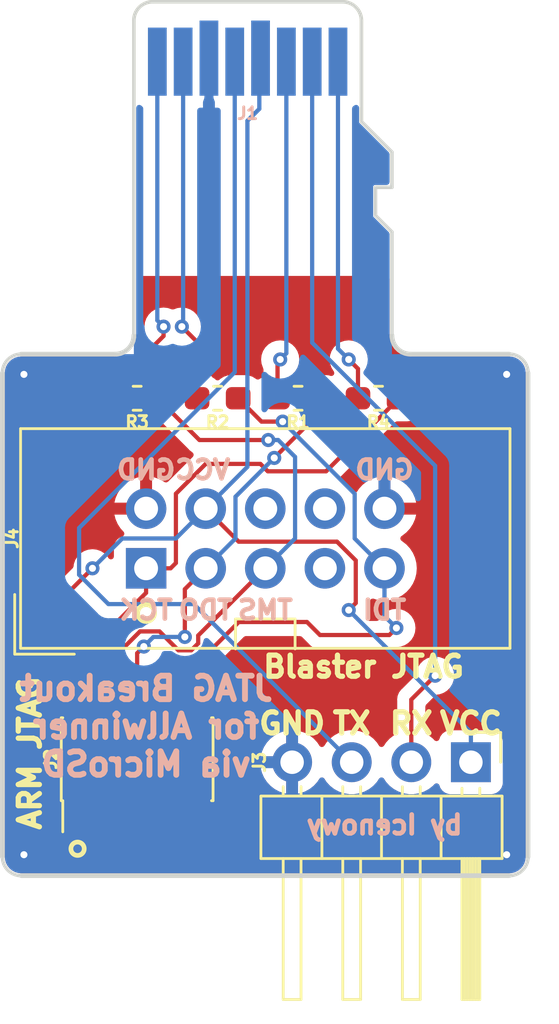
<source format=kicad_pcb>
(kicad_pcb (version 20221018) (generator pcbnew)
  (layers (0 "F.Cu" signal) (31 "B.Cu" signal) (34 "B.Paste" user) (35 "F.Paste" user) (36 "B.SilkS" user "B.Silkscreen") (37 "F.SilkS" user "F.Silkscreen") (38 "B.Mask" user) (39 "F.Mask" user) (44 "Edge.Cuts" user))
  (net 0 "")
  (net 1 "/DAT1")
  (net 2 "/DAT0")
  (net 3 "GND")
  (net 4 "/CLK")
  (net 5 "/CMD")
  (net 6 "/DAT3")
  (net 7 "/DAT2")
  (net 8 "/VTGT")
  (net 9 "/JTCK_O")
  (net 10 "/JTDI_O")
  (net 11 "/JTMS_O")
  (net 12 "/JTDO_O")
  (net 13 "Net-(J2-Pad7)")
  (net 14 "Net-(J2-Pad10)")
  (net 15 "Net-(J4-Pad6)")
  (net 16 "Net-(J4-Pad7)")
  (net 17 "Net-(J4-Pad8)")
  (footprint "Icenowy_Packages:MicroSD" (layer "F.Cu") (at 113 25.55)
    (fp_text reference "J1" (at 3.85 2.2) (layer "B.SilkS") (effects (font (size 0.5 0.5) (thickness 0.125))))
    (fp_text value "MicroSD")
    (fp_line (start -1 -1.75) (end -1 2.55) (stroke (width 0.15)) (layer "F.SilkS"))
    (fp_line (start -0.2 -2.55) (end 7.9 -2.55) (stroke (width 0.15)) (layer "F.SilkS"))
    (fp_line (start 8.7 -1.75) (end 8.7 2.55) (stroke (width 0.15)) (layer "F.SilkS"))
    (fp_arc (start -1 -1.75) (mid -0.765685 -2.315685) (end -0.2 -2.55) (stroke (width 0.15)) (layer "F.SilkS"))
    (fp_arc (start 7.9 -2.55) (mid 8.465685 -2.315685) (end 8.7 -1.75) (stroke (width 0.15)) (layer "F.SilkS"))
    (pad "1" connect rect (at 7.7 0) (size 0.8 2.9) (layers "B.Cu" "B.Mask") (net 7 "/DAT2"))
    (pad "2" connect rect (at 6.6 0) (size 0.8 2.9) (layers "B.Cu" "B.Mask") (net 6 "/DAT3"))
    (pad "3" connect rect (at 5.5 0) (size 0.8 2.9) (layers "B.Cu" "B.Mask") (net 5 "/CMD"))
    (pad "4" connect rect (at 4.4 -0.15) (size 0.8 3.2) (layers "B.Cu" "B.Mask") (net 8 "/VTGT"))
    (pad "5" connect rect (at 3.3 0) (size 0.8 2.9) (layers "B.Cu" "B.Mask") (net 4 "/CLK"))
    (pad "6" connect rect (at 2.2 -0.15) (size 0.8 3.2) (layers "B.Cu" "B.Mask") (net 3 "GND"))
    (pad "7" connect rect (at 1.1 0) (size 0.8 2.9) (layers "B.Cu" "B.Mask") (net 2 "/DAT0"))
    (pad "8" connect rect (at 0 0) (size 0.8 2.9) (layers "B.Cu" "B.Mask") (net 1 "/DAT1"))
  )
  (footprint "Resistor_SMD:R_0603_1608Metric_Pad1.05x0.95mm_HandSolder" (layer "F.Cu") (at 118.999 39.878 180)
    (fp_text reference "R1" (at 0 -1.016 180) (layer "F.SilkS") (effects (font (size 0.5 0.5) (thickness 0.125))))
    (fp_text value "47R")
    (fp_line (start -0.171267 -0.51) (end 0.171267 -0.51) (stroke (width 0.12)) (layer "F.SilkS"))
    (fp_line (start -0.171267 0.51) (end 0.171267 0.51) (stroke (width 0.12)) (layer "F.SilkS"))
    (pad "1" smd roundrect (at -0.875 0 180) (size 1.05 0.95) (layers "F.Cu" "F.Paste" "F.Mask") (net 12 "/JTDO_O"))
    (pad "2" smd roundrect (at 0.875 0 180) (size 1.05 0.95) (layers "F.Cu" "F.Paste" "F.Mask") (net 5 "/CMD"))
  )
  (footprint "Resistor_SMD:R_0603_1608Metric_Pad1.05x0.95mm_HandSolder" (layer "F.Cu") (at 115.57 39.878 180)
    (fp_text reference "R2" (at 0 -1.016 180) (layer "F.SilkS") (effects (font (size 0.5 0.5) (thickness 0.125))))
    (fp_text value "47R")
    (fp_line (start -0.171267 -0.51) (end 0.171267 -0.51) (stroke (width 0.12)) (layer "F.SilkS"))
    (fp_line (start -0.171267 0.51) (end 0.171267 0.51) (stroke (width 0.12)) (layer "F.SilkS"))
    (pad "1" smd roundrect (at -0.875 0 180) (size 1.05 0.95) (layers "F.Cu" "F.Paste" "F.Mask") (net 10 "/JTDI_O"))
    (pad "2" smd roundrect (at 0.875 0 180) (size 1.05 0.95) (layers "F.Cu" "F.Paste" "F.Mask") (net 2 "/DAT0"))
  )
  (footprint "Resistor_SMD:R_0603_1608Metric_Pad1.05x0.95mm_HandSolder" (layer "F.Cu") (at 112.141 39.878 180)
    (fp_text reference "R3" (at 0 -1.016 180) (layer "F.SilkS") (effects (font (size 0.5 0.5) (thickness 0.125))))
    (fp_text value "47R")
    (fp_line (start -0.171267 -0.51) (end 0.171267 -0.51) (stroke (width 0.12)) (layer "F.SilkS"))
    (fp_line (start -0.171267 0.51) (end 0.171267 0.51) (stroke (width 0.12)) (layer "F.SilkS"))
    (pad "1" smd roundrect (at -0.875 0 180) (size 1.05 0.95) (layers "F.Cu" "F.Paste" "F.Mask") (net 11 "/JTMS_O"))
    (pad "2" smd roundrect (at 0.875 0 180) (size 1.05 0.95) (layers "F.Cu" "F.Paste" "F.Mask") (net 1 "/DAT1"))
  )
  (footprint "Connector_PinHeader_2.54mm:PinHeader_1x04_P2.54mm_Horizontal" (layer "F.Cu") (at 126.365 55.372 -90)
    (fp_text reference "J3" (at 0 9.017 270) (layer "F.SilkS") (effects (font (size 0.5 0.5) (thickness 0.125))))
    (fp_text value "Conn_01x04_Male")
    (fp_line (start -1.27 -1.27) (end 0 -1.27) (stroke (width 0.12)) (layer "F.SilkS"))
    (fp_line (start -1.27 0) (end -1.27 -1.27) (stroke (width 0.12)) (layer "F.SilkS"))
    (fp_line (start 1.042929 2.16) (end 1.44 2.16) (stroke (width 0.12)) (layer "F.SilkS"))
    (fp_line (start 1.042929 2.92) (end 1.44 2.92) (stroke (width 0.12)) (layer "F.SilkS"))
    (fp_line (start 1.042929 4.7) (end 1.44 4.7) (stroke (width 0.12)) (layer "F.SilkS"))
    (fp_line (start 1.042929 5.46) (end 1.44 5.46) (stroke (width 0.12)) (layer "F.SilkS"))
    (fp_line (start 1.042929 7.24) (end 1.44 7.24) (stroke (width 0.12)) (layer "F.SilkS"))
    (fp_line (start 1.042929 8) (end 1.44 8) (stroke (width 0.12)) (layer "F.SilkS"))
    (fp_line (start 1.11 -0.38) (end 1.44 -0.38) (stroke (width 0.12)) (layer "F.SilkS"))
    (fp_line (start 1.11 0.38) (end 1.44 0.38) (stroke (width 0.12)) (layer "F.SilkS"))
    (fp_line (start 1.44 -1.33) (end 1.44 8.95) (stroke (width 0.12)) (layer "F.SilkS"))
    (fp_line (start 1.44 1.27) (end 4.1 1.27) (stroke (width 0.12)) (layer "F.SilkS"))
    (fp_line (start 1.44 3.81) (end 4.1 3.81) (stroke (width 0.12)) (layer "F.SilkS"))
    (fp_line (start 1.44 6.35) (end 4.1 6.35) (stroke (width 0.12)) (layer "F.SilkS"))
    (fp_line (start 1.44 8.95) (end 4.1 8.95) (stroke (width 0.12)) (layer "F.SilkS"))
    (fp_line (start 4.1 -1.33) (end 1.44 -1.33) (stroke (width 0.12)) (layer "F.SilkS"))
    (fp_line (start 4.1 -0.38) (end 10.1 -0.38) (stroke (width 0.12)) (layer "F.SilkS"))
    (fp_line (start 4.1 -0.32) (end 10.1 -0.32) (stroke (width 0.12)) (layer "F.SilkS"))
    (fp_line (start 4.1 -0.2) (end 10.1 -0.2) (stroke (width 0.12)) (layer "F.SilkS"))
    (fp_line (start 4.1 -0.08) (end 10.1 -0.08) (stroke (width 0.12)) (layer "F.SilkS"))
    (fp_line (start 4.1 0.04) (end 10.1 0.04) (stroke (width 0.12)) (layer "F.SilkS"))
    (fp_line (start 4.1 0.16) (end 10.1 0.16) (stroke (width 0.12)) (layer "F.SilkS"))
    (fp_line (start 4.1 0.28) (end 10.1 0.28) (stroke (width 0.12)) (layer "F.SilkS"))
    (fp_line (start 4.1 2.16) (end 10.1 2.16) (stroke (width 0.12)) (layer "F.SilkS"))
    (fp_line (start 4.1 4.7) (end 10.1 4.7) (stroke (width 0.12)) (layer "F.SilkS"))
    (fp_line (start 4.1 7.24) (end 10.1 7.24) (stroke (width 0.12)) (layer "F.SilkS"))
    (fp_line (start 4.1 8.95) (end 4.1 -1.33) (stroke (width 0.12)) (layer "F.SilkS"))
    (fp_line (start 10.1 -0.38) (end 10.1 0.38) (stroke (width 0.12)) (layer "F.SilkS"))
    (fp_line (start 10.1 0.38) (end 4.1 0.38) (stroke (width 0.12)) (layer "F.SilkS"))
    (fp_line (start 10.1 2.16) (end 10.1 2.92) (stroke (width 0.12)) (layer "F.SilkS"))
    (fp_line (start 10.1 2.92) (end 4.1 2.92) (stroke (width 0.12)) (layer "F.SilkS"))
    (fp_line (start 10.1 4.7) (end 10.1 5.46) (stroke (width 0.12)) (layer "F.SilkS"))
    (fp_line (start 10.1 5.46) (end 4.1 5.46) (stroke (width 0.12)) (layer "F.SilkS"))
    (fp_line (start 10.1 7.24) (end 10.1 8) (stroke (width 0.12)) (layer "F.SilkS"))
    (fp_line (start 10.1 8) (end 4.1 8) (stroke (width 0.12)) (layer "F.SilkS"))
    (pad "1" thru_hole rect (at 0 0 270) (size 1.7 1.7) (drill 1) (layers "*.Cu" "*.Mask") (net 8 "/VTGT"))
    (pad "2" thru_hole oval (at 0 2.54 270) (size 1.7 1.7) (drill 1) (layers "*.Cu" "*.Mask") (net 6 "/DAT3"))
    (pad "3" thru_hole oval (at 0 5.08 270) (size 1.7 1.7) (drill 1) (layers "*.Cu" "*.Mask") (net 4 "/CLK"))
    (pad "4" thru_hole oval (at 0 7.62 270) (size 1.7 1.7) (drill 1) (layers "*.Cu" "*.Mask") (net 3 "GND"))
  )
  (footprint "Connector_IDC:IDC-Header_2x05_P2.54mm_Vertical" (layer "F.Cu") (at 112.522 47.117 90)
    (fp_text reference "J4" (at 1.27 -5.715 90) (layer "F.SilkS") (effects (font (size 0.5 0.5) (thickness 0.125))))
    (fp_text value "Blaster JTAG")
    (fp_line (start -3.655 -5.6) (end -3.655 -3.06) (stroke (width 0.12)) (layer "F.SilkS"))
    (fp_line (start -3.655 -5.6) (end -1.115 -5.6) (stroke (width 0.12)) (layer "F.SilkS"))
    (fp_line (start -3.405 -5.35) (end 5.945 -5.35) (stroke (width 0.12)) (layer "F.SilkS"))
    (fp_line (start -3.405 15.51) (end -3.405 -5.35) (stroke (width 0.12)) (layer "F.SilkS"))
    (fp_line (start 5.945 -5.35) (end 5.945 15.51) (stroke (width 0.12)) (layer "F.SilkS"))
    (fp_line (start 5.945 15.51) (end -3.405 15.51) (stroke (width 0.12)) (layer "F.SilkS"))
    (pad "1" thru_hole rect (at 0 0 90) (size 1.7272 1.7272) (drill 1.016) (layers "*.Cu" "*.Mask") (net 9 "/JTCK_O"))
    (pad "2" thru_hole oval (at 2.54 0 90) (size 1.7272 1.7272) (drill 1.016) (layers "*.Cu" "*.Mask") (net 3 "GND"))
    (pad "3" thru_hole oval (at 0 2.54 90) (size 1.7272 1.7272) (drill 1.016) (layers "*.Cu" "*.Mask") (net 12 "/JTDO_O"))
    (pad "4" thru_hole oval (at 2.54 2.54 90) (size 1.7272 1.7272) (drill 1.016) (layers "*.Cu" "*.Mask") (net 8 "/VTGT"))
    (pad "5" thru_hole oval (at 0 5.08 90) (size 1.7272 1.7272) (drill 1.016) (layers "*.Cu" "*.Mask") (net 11 "/JTMS_O"))
    (pad "6" thru_hole oval (at 2.54 5.08 90) (size 1.7272 1.7272) (drill 1.016) (layers "*.Cu" "*.Mask") (net 15 "Net-(J4-Pad6)"))
    (pad "7" thru_hole oval (at 0 7.62 90) (size 1.7272 1.7272) (drill 1.016) (layers "*.Cu" "*.Mask") (net 16 "Net-(J4-Pad7)"))
    (pad "8" thru_hole oval (at 2.54 7.62 90) (size 1.7272 1.7272) (drill 1.016) (layers "*.Cu" "*.Mask") (net 17 "Net-(J4-Pad8)"))
    (pad "9" thru_hole oval (at 0 10.16 90) (size 1.7272 1.7272) (drill 1.016) (layers "*.Cu" "*.Mask") (net 10 "/JTDI_O"))
    (pad "10" thru_hole oval (at 2.54 10.16 90) (size 1.7272 1.7272) (drill 1.016) (layers "*.Cu" "*.Mask") (net 3 "GND"))
  )
  (footprint "Connector_PinHeader_1.27mm:PinHeader_2x05_P1.27mm_Vertical_SMD" (layer "F.Cu") (at 112.141 55.245 90)
    (fp_text reference "J2" (at 0 -3.683 90) (layer "F.SilkS") (effects (font (size 0.5 0.5) (thickness 0.125))))
    (fp_text value "ARM JTAG")
    (fp_line (start -3.09 -3.17) (end -1.765 -3.17) (stroke (width 0.12)) (layer "F.SilkS"))
    (fp_line (start -1.765 -3.235) (end -1.765 -3.17) (stroke (width 0.12)) (layer "F.SilkS"))
    (fp_line (start -1.765 -3.235) (end 1.765 -3.235) (stroke (width 0.12)) (layer "F.SilkS"))
    (fp_line (start -1.765 3.17) (end -1.765 3.235) (stroke (width 0.12)) (layer "F.SilkS"))
    (fp_line (start -1.765 3.235) (end 1.765 3.235) (stroke (width 0.12)) (layer "F.SilkS"))
    (fp_line (start 1.765 -3.235) (end 1.765 -3.17) (stroke (width 0.12)) (layer "F.SilkS"))
    (fp_line (start 1.765 3.17) (end 1.765 3.235) (stroke (width 0.12)) (layer "F.SilkS"))
    (pad "1" smd rect (at -1.95 -2.54 90) (size 2.4 0.74) (layers "F.Cu" "F.Paste" "F.Mask") (net 8 "/VTGT"))
    (pad "2" smd rect (at 1.95 -2.54 90) (size 2.4 0.74) (layers "F.Cu" "F.Paste" "F.Mask") (net 11 "/JTMS_O"))
    (pad "3" smd rect (at -1.95 -1.27 90) (size 2.4 0.74) (layers "F.Cu" "F.Paste" "F.Mask") (net 3 "GND"))
    (pad "4" smd rect (at 1.95 -1.27 90) (size 2.4 0.74) (layers "F.Cu" "F.Paste" "F.Mask") (net 9 "/JTCK_O"))
    (pad "5" smd rect (at -1.95 0 90) (size 2.4 0.74) (layers "F.Cu" "F.Paste" "F.Mask") (net 3 "GND"))
    (pad "6" smd rect (at 1.95 0 90) (size 2.4 0.74) (layers "F.Cu" "F.Paste" "F.Mask") (net 12 "/JTDO_O"))
    (pad "7" smd rect (at -1.95 1.27 90) (size 2.4 0.74) (layers "F.Cu" "F.Paste" "F.Mask") (net 13 "Net-(J2-Pad7)"))
    (pad "8" smd rect (at 1.95 1.27 90) (size 2.4 0.74) (layers "F.Cu" "F.Paste" "F.Mask") (net 10 "/JTDI_O"))
    (pad "9" smd rect (at -1.95 2.54 90) (size 2.4 0.74) (layers "F.Cu" "F.Paste" "F.Mask") (net 3 "GND"))
    (pad "10" smd rect (at 1.95 2.54 90) (size 2.4 0.74) (layers "F.Cu" "F.Paste" "F.Mask") (net 14 "Net-(J2-Pad10)"))
  )
  (footprint "Resistor_SMD:R_0603_1608Metric_Pad1.05x0.95mm_HandSolder" (layer "F.Cu") (at 122.428 39.878 180)
    (fp_text reference "R4" (at 0 -1.016 180) (layer "F.SilkS") (effects (font (size 0.5 0.5) (thickness 0.125))))
    (fp_text value "47R")
    (fp_line (start -0.171267 -0.51) (end 0.171267 -0.51) (stroke (width 0.12)) (layer "F.SilkS"))
    (fp_line (start -0.171267 0.51) (end 0.171267 0.51) (stroke (width 0.12)) (layer "F.SilkS"))
    (pad "1" smd roundrect (at -0.875 0 180) (size 1.05 0.95) (layers "F.Cu" "F.Paste" "F.Mask") (net 9 "/JTCK_O"))
    (pad "2" smd roundrect (at 0.875 0 180) (size 1.05 0.95) (layers "F.Cu" "F.Paste" "F.Mask") (net 7 "/DAT2"))
  )
  (gr_circle (center 112.522 49.022) (end 112.776 49.276) (stroke (width 0.2)) (fill none) (layer "F.SilkS"))
  (gr_line (start 116.332 49.276) (end 118.872 49.276) (stroke (width 0.12)) (layer "F.SilkS"))
  (gr_line (start 118.872 49.276) (end 118.872 50.546) (stroke (width 0.12)) (layer "F.SilkS"))
  (gr_line (start 116.332 50.546) (end 116.332 49.276) (stroke (width 0.12)) (layer "F.SilkS"))
  (gr_circle (center 109.601 59.055) (end 109.855 59.182) (stroke (width 0.2)) (fill none) (layer "F.SilkS"))
  (gr_arc (start 112 23.8) (mid 112.234315 23.234315) (end 112.8 23) (stroke (width 0.15)) (layer "Edge.Cuts"))
  (gr_arc (start 112 37.2) (mid 111.765685 37.765685) (end 111.2 38) (stroke (width 0.2)) (layer "Edge.Cuts"))
  (gr_line (start 128.8 38.8) (end 128.8 59.4) (stroke (width 0.2)) (layer "Edge.Cuts"))
  (gr_arc (start 106.4 38.8) (mid 106.634315 38.234315) (end 107.2 38) (stroke (width 0.15)) (layer "Edge.Cuts"))
  (gr_arc (start 128.8 59.4) (mid 128.565685 59.965685) (end 128 60.2) (stroke (width 0.15)) (layer "Edge.Cuts"))
  (gr_arc (start 107.2 60.2) (mid 106.634315 59.965685) (end 106.4 59.4) (stroke (width 0.15)) (layer "Edge.Cuts"))
  (gr_line (start 128 60.2) (end 107.2 60.2) (stroke (width 0.2)) (layer "Edge.Cuts"))
  (gr_arc (start 123.8 38) (mid 123.234315 37.765685) (end 123 37.2) (stroke (width 0.2)) (layer "Edge.Cuts"))
  (gr_arc (start 128 38) (mid 128.565685 38.234315) (end 128.8 38.8) (stroke (width 0.15)) (layer "Edge.Cuts"))
  (gr_line (start 123 30.9) (end 122.3 30.9) (stroke (width 0.15)) (layer "Edge.Cuts"))
  (gr_line (start 122.3 32.1) (end 123 32.8) (stroke (width 0.15)) (layer "Edge.Cuts"))
  (gr_arc (start 120.9 23) (mid 121.465685 23.234315) (end 121.7 23.8) (stroke (width 0.15)) (layer "Edge.Cuts"))
  (gr_line (start 123 29.4) (end 123 30.9) (stroke (width 0.15)) (layer "Edge.Cuts"))
  (gr_line (start 123 32.8) (end 123 37.2) (stroke (width 0.15)) (layer "Edge.Cuts"))
  (gr_line (start 107.2 38) (end 111.2 38) (stroke (width 0.2)) (layer "Edge.Cuts"))
  (gr_line (start 123.8 38) (end 128 38) (stroke (width 0.2)) (layer "Edge.Cuts"))
  (gr_line (start 122.3 30.9) (end 122.3 32.1) (stroke (width 0.15)) (layer "Edge.Cuts"))
  (gr_line (start 106.4 59.4) (end 106.4 38.8) (stroke (width 0.2)) (layer "Edge.Cuts"))
  (gr_line (start 121.7 28.1) (end 123 29.4) (stroke (width 0.15)) (layer "Edge.Cuts"))
  (gr_line (start 112.8 23) (end 120.9 23) (stroke (width 0.15)) (layer "Edge.Cuts"))
  (gr_line (start 112 23.8) (end 112 37.2) (stroke (width 0.15)) (layer "Edge.Cuts"))
  (gr_line (start 121.7 23.8) (end 121.7 28.1) (stroke (width 0.15)) (layer "Edge.Cuts"))
  (gr_text "GND" (at 122.682 42.926) (layer "B.SilkS") (effects (font (size 0.8 0.8) (thickness 0.2)) (justify mirror)))
  (gr_text "JTAG Breakout\nfor Allwinner\nvia MicroSD" (at 112.522 53.848) (layer "B.SilkS") (effects (font (size 1 1) (thickness 0.25)) (justify mirror)))
  (gr_text "by Icenowy" (at 122.682 58.039) (layer "B.SilkS") (effects (font (size 0.8 0.8) (thickness 0.2)) (justify mirror)))
  (gr_text "TMS" (at 117.602 48.895) (layer "B.SilkS") (effects (font (size 0.8 0.8) (thickness 0.2)) (justify mirror)))
  (gr_text "TCK" (at 112.522 48.895) (layer "B.SilkS") (effects (font (size 0.8 0.8) (thickness 0.2)) (justify mirror)))
  (gr_text "TDO" (at 115.062 48.895) (layer "B.SilkS") (effects (font (size 0.8 0.8) (thickness 0.2)) (justify mirror)))
  (gr_text "TDI" (at 122.682 48.895) (layer "B.SilkS") (effects (font (size 0.8 0.8) (thickness 0.2)) (justify mirror)))
  (gr_text "VCC" (at 114.935 42.926) (layer "B.SilkS") (effects (font (size 0.8 0.8) (thickness 0.2)) (justify mirror)))
  (gr_text "GND" (at 112.522 42.926) (layer "B.SilkS") (effects (font (size 0.8 0.8) (thickness 0.2)) (justify mirror)))
  (gr_text "RX" (at 123.825 53.721) (layer "F.SilkS") (effects (font (size 0.9 0.9) (thickness 0.225))))
  (gr_text "TX" (at 121.285 53.721) (layer "F.SilkS") (effects (font (size 0.9 0.9) (thickness 0.225))))
  (gr_text "ARM JTAG" (at 107.569 54.991 90) (layer "F.SilkS") (effects (font (size 0.9 0.9) (thickness 0.225))))
  (gr_text "Blaster JTAG" (at 121.793 51.308) (layer "F.SilkS") (effects (font (size 0.9 0.9) (thickness 0.225))))
  (gr_text "VCC" (at 126.365 53.721) (layer "F.SilkS") (effects (font (size 0.9 0.9) (thickness 0.225))))
  (gr_text "GND" (at 118.745 53.721) (layer "F.SilkS") (effects (font (size 0.9 0.9) (thickness 0.225))))
  (segment (start 111.266 39.229) (end 111.266 39.878) (width 0.18) (layer "F.Cu") (net 1))
  (segment (start 113.265997 36.83) (end 113.265997 37.229003) (width 0.18) (layer "F.Cu") (net 1))
  (segment (start 113.265997 37.229003) (end 111.266 39.229) (width 0.18) (layer "F.Cu") (net 1))
  (via (at 113.265997 36.83) (size 0.6) (drill 0.3) (layers "F.Cu" "B.Cu") (net 1))
  (segment (start 113 25.55) (end 113 36.564003) (width 0.18) (layer "B.Cu") (net 1))
  (segment (start 113 36.564003) (end 113.265997 36.83) (width 0.18) (layer "B.Cu") (net 1))
  (segment (start 114.046 36.83) (end 114.695 37.479) (width 0.18) (layer "F.Cu") (net 2))
  (segment (start 114.695 37.479) (end 114.695 39.878) (width 0.18) (layer "F.Cu") (net 2))
  (via (at 114.046 36.83) (size 0.6) (drill 0.3) (layers "F.Cu" "B.Cu") (net 2))
  (segment (start 114.1 36.776) (end 114.046 36.83) (width 0.18) (layer "B.Cu") (net 2))
  (segment (start 114.1 25.55) (end 114.1 36.776) (width 0.18) (layer "B.Cu") (net 2))
  (via (at 127.889 38.862) (size 0.6) (drill 0.3) (layers "F.Cu" "B.Cu") (net 3))
  (via (at 127.889 59.309) (size 0.6) (drill 0.3) (layers "F.Cu" "B.Cu") (net 3))
  (via (at 107.315 59.309) (size 0.6) (drill 0.3) (layers "F.Cu" "B.Cu") (net 3))
  (via (at 107.315 38.862) (size 0.6) (drill 0.3) (layers "F.Cu" "B.Cu") (net 3))
  (segment (start 116.3 25.55) (end 116.3 38.767) (width 0.18) (layer "B.Cu") (net 4))
  (segment (start 109.665999 45.401001) (end 109.665999 47.390601) (width 0.18) (layer "B.Cu") (net 4))
  (segment (start 109.665999 47.390601) (end 110.916398 48.641) (width 0.18) (layer "B.Cu") (net 4))
  (segment (start 110.916398 48.641) (end 114.554 48.641) (width 0.18) (layer "B.Cu") (net 4))
  (segment (start 114.554 48.641) (end 120.435001 54.522001) (width 0.18) (layer "B.Cu") (net 4))
  (segment (start 116.3 38.767) (end 109.665999 45.401001) (width 0.18) (layer "B.Cu") (net 4))
  (segment (start 120.435001 54.522001) (end 121.285 55.372) (width 0.18) (layer "B.Cu") (net 4))
  (segment (start 118.124 38.34) (end 118.237 38.227) (width 0.18) (layer "F.Cu") (net 5))
  (segment (start 118.124 39.878) (end 118.124 38.34) (width 0.18) (layer "F.Cu") (net 5))
  (via (at 118.237 38.227) (size 0.6) (drill 0.3) (layers "F.Cu" "B.Cu") (net 5))
  (segment (start 118.5 37.964) (end 118.237 38.227) (width 0.18) (layer "B.Cu") (net 5))
  (segment (start 118.5 25.55) (end 118.5 37.964) (width 0.18) (layer "B.Cu") (net 5))
  (segment (start 124.841 51.689) (end 123.825 52.705) (width 0.18) (layer "F.Cu") (net 6))
  (segment (start 123.825 52.705) (end 123.825 54.169919) (width 0.18) (layer "F.Cu") (net 6))
  (segment (start 123.825 54.169919) (end 123.825 55.372) (width 0.18) (layer "F.Cu") (net 6))
  (via (at 124.841 51.689) (size 0.6) (drill 0.3) (layers "F.Cu" "B.Cu") (net 6))
  (segment (start 119.6 25.55) (end 119.6 37.512602) (width 0.18) (layer "B.Cu") (net 6))
  (segment (start 124.841 42.753602) (end 124.841 51.689) (width 0.18) (layer "B.Cu") (net 6))
  (segment (start 119.6 37.512602) (end 124.841 42.753602) (width 0.18) (layer "B.Cu") (net 6))
  (segment (start 121.553 38.622) (end 121.553 39.878) (width 0.18) (layer "F.Cu") (net 7))
  (segment (start 121.158 38.227) (end 121.553 38.622) (width 0.18) (layer "F.Cu") (net 7))
  (via (at 121.158 38.227) (size 0.6) (drill 0.3) (layers "F.Cu" "B.Cu") (net 7))
  (segment (start 120.7 25.55) (end 120.7 37.769) (width 0.18) (layer "B.Cu") (net 7))
  (segment (start 120.7 37.769) (end 121.158 38.227) (width 0.18) (layer "B.Cu") (net 7))
  (segment (start 108.47899 48.87401) (end 110.236 47.117) (width 0.18) (layer "F.Cu") (net 8))
  (segment (start 109.601 57.195) (end 109.601 56.365) (width 0.18) (layer "F.Cu") (net 8))
  (segment (start 116.468399 45.983399) (end 120.659399 45.983399) (width 0.18) (layer "F.Cu") (net 8))
  (segment (start 115.062 44.577) (end 116.468399 45.983399) (width 0.18) (layer "F.Cu") (net 8))
  (segment (start 108.47899 55.24299) (end 108.47899 48.87401) (width 0.18) (layer "F.Cu") (net 8))
  (segment (start 121.457997 48.595001) (end 121.157998 48.895) (width 0.18) (layer "F.Cu") (net 8))
  (segment (start 121.457997 46.781997) (end 121.457997 48.595001) (width 0.18) (layer "F.Cu") (net 8))
  (segment (start 120.659399 45.983399) (end 121.457997 46.781997) (width 0.18) (layer "F.Cu") (net 8))
  (segment (start 109.601 56.365) (end 108.47899 55.24299) (width 0.18) (layer "F.Cu") (net 8))
  (via (at 110.236 47.117) (size 0.6) (drill 0.3) (layers "F.Cu" "B.Cu") (net 8))
  (via (at 121.157998 48.895) (size 0.6) (drill 0.3) (layers "F.Cu" "B.Cu") (net 8))
  (segment (start 115.925599 43.713401) (end 115.062 44.577) (width 0.18) (layer "B.Cu") (net 8))
  (segment (start 115.925599 43.712269) (end 115.925599 43.713401) (width 0.18) (layer "B.Cu") (net 8))
  (segment (start 114.198401 45.440599) (end 115.062 44.577) (width 0.18) (layer "B.Cu") (net 8))
  (segment (start 113.792 45.847) (end 114.198401 45.440599) (width 0.18) (layer "B.Cu") (net 8))
  (segment (start 117.4 25.4) (end 117.348 25.452) (width 0.18) (layer "B.Cu") (net 8))
  (segment (start 121.457997 49.194999) (end 121.157998 48.895) (width 0.18) (layer "B.Cu") (net 8))
  (segment (start 126.365 55.372) (end 126.365 54.102002) (width 0.18) (layer "B.Cu") (net 8))
  (segment (start 126.365 54.102002) (end 121.457997 49.194999) (width 0.18) (layer "B.Cu") (net 8))
  (segment (start 111.506 45.847) (end 113.792 45.847) (width 0.18) (layer "B.Cu") (net 8))
  (segment (start 117.348 25.452) (end 117.348 27.559) (width 0.18) (layer "B.Cu") (net 8))
  (segment (start 116.84 28.067) (end 116.84 42.797868) (width 0.18) (layer "B.Cu") (net 8))
  (segment (start 110.236 47.117) (end 111.506 45.847) (width 0.18) (layer "B.Cu") (net 8))
  (segment (start 116.84 42.797868) (end 115.925599 43.712269) (width 0.18) (layer "B.Cu") (net 8))
  (segment (start 117.348 27.559) (end 116.84 28.067) (width 0.18) (layer "B.Cu") (net 8))
  (segment (start 113.5656 47.117) (end 113.792 46.8906) (width 0.18) (layer "F.Cu") (net 9))
  (segment (start 112.522 48.1606) (end 112.522 47.117) (width 0.18) (layer "F.Cu") (net 9))
  (segment (start 115.062 42.672) (end 117.393396 42.672) (width 0.18) (layer "F.Cu") (net 9))
  (segment (start 122.803928 40.377072) (end 123.303 39.878) (width 0.18) (layer "F.Cu") (net 9))
  (segment (start 108.839 54.61) (end 108.839 51.8436) (width 0.18) (layer "F.Cu") (net 9))
  (segment (start 112.522 47.117) (end 113.5656 47.117) (width 0.18) (layer "F.Cu") (net 9))
  (segment (start 110.109 54.991) (end 109.22 54.991) (width 0.18) (layer "F.Cu") (net 9))
  (segment (start 113.792 43.942) (end 115.062 42.672) (width 0.18) (layer "F.Cu") (net 9))
  (segment (start 120.192998 42.988002) (end 122.803928 40.377072) (width 0.18) (layer "F.Cu") (net 9))
  (segment (start 110.871 54.229) (end 110.109 54.991) (width 0.18) (layer "F.Cu") (net 9))
  (segment (start 109.22 54.991) (end 108.839 54.61) (width 0.18) (layer "F.Cu") (net 9))
  (segment (start 113.792 46.8906) (end 113.792 43.942) (width 0.18) (layer "F.Cu") (net 9))
  (segment (start 117.393396 42.672) (end 117.709398 42.988002) (width 0.18) (layer "F.Cu") (net 9))
  (segment (start 117.709398 42.988002) (end 120.192998 42.988002) (width 0.18) (layer "F.Cu") (net 9))
  (segment (start 108.839 51.8436) (end 112.522 48.1606) (width 0.18) (layer "F.Cu") (net 9))
  (segment (start 110.871 53.295) (end 110.871 54.229) (width 0.18) (layer "F.Cu") (net 9))
  (segment (start 122.890001 49.957003) (end 123.19 49.657004) (width 0.18) (layer "F.Cu") (net 10))
  (segment (start 119.378868 49.403) (end 119.932871 49.957003) (width 0.18) (layer "F.Cu") (net 10))
  (segment (start 113.411 52.465) (end 116.473 49.403) (width 0.18) (layer "F.Cu") (net 10))
  (segment (start 119.932871 49.957003) (end 122.890001 49.957003) (width 0.18) (layer "F.Cu") (net 10))
  (segment (start 116.445 39.878) (end 117.438942 40.871942) (width 0.18) (layer "F.Cu") (net 10))
  (segment (start 117.438942 40.871942) (end 117.917678 40.871942) (width 0.18) (layer "F.Cu") (net 10))
  (segment (start 117.917678 40.871942) (end 118.341942 40.871942) (width 0.18) (layer "F.Cu") (net 10))
  (segment (start 116.473 49.403) (end 119.378868 49.403) (width 0.18) (layer "F.Cu") (net 10))
  (segment (start 113.411 53.295) (end 113.411 52.465) (width 0.18) (layer "F.Cu") (net 10))
  (via (at 123.19 49.657004) (size 0.6) (drill 0.3) (layers "F.Cu" "B.Cu") (net 10))
  (via (at 118.341942 40.871942) (size 0.6) (drill 0.3) (layers "F.Cu" "B.Cu") (net 10))
  (segment (start 121.412 45.847) (end 121.412 43.942) (width 0.18) (layer "B.Cu") (net 10))
  (segment (start 122.682 49.149004) (end 122.890001 49.357005) (width 0.18) (layer "B.Cu") (net 10))
  (segment (start 118.641941 41.171941) (end 118.341942 40.871942) (width 0.18) (layer "B.Cu") (net 10))
  (segment (start 122.682 47.117) (end 122.682 49.149004) (width 0.18) (layer "B.Cu") (net 10))
  (segment (start 121.412 43.942) (end 118.641941 41.171941) (width 0.18) (layer "B.Cu") (net 10))
  (segment (start 122.890001 49.357005) (end 123.19 49.657004) (width 0.18) (layer "B.Cu") (net 10))
  (segment (start 122.682 47.117) (end 121.412 45.847) (width 0.18) (layer "B.Cu") (net 10))
  (segment (start 112.262398 49.803602) (end 113.094998 49.803602) (width 0.18) (layer "F.Cu") (net 11))
  (segment (start 109.601 53.295) (end 109.601 52.465) (width 0.18) (layer "F.Cu") (net 11))
  (segment (start 109.601 52.465) (end 112.262398 49.803602) (width 0.18) (layer "F.Cu") (net 11))
  (segment (start 114.794 41.656) (end 117.729 41.656) (width 0.18) (layer "F.Cu") (net 11))
  (segment (start 114.446602 50.608002) (end 114.743002 50.311602) (width 0.18) (layer "F.Cu") (net 11))
  (segment (start 114.743002 50.311602) (end 114.743002 49.975998) (width 0.18) (layer "F.Cu") (net 11))
  (segment (start 113.094998 49.803602) (end 113.899398 50.608002) (width 0.18) (layer "F.Cu") (net 11))
  (segment (start 113.016 39.878) (end 114.794 41.656) (width 0.18) (layer "F.Cu") (net 11))
  (segment (start 116.738401 47.980599) (end 117.602 47.117) (width 0.18) (layer "F.Cu") (net 11))
  (segment (start 113.899398 50.608002) (end 114.446602 50.608002) (width 0.18) (layer "F.Cu") (net 11))
  (segment (start 114.743002 49.975998) (end 116.738401 47.980599) (width 0.18) (layer "F.Cu") (net 11))
  (via (at 117.729 41.656) (size 0.6) (drill 0.3) (layers "F.Cu" "B.Cu") (net 11))
  (segment (start 117.729 41.656) (end 118.153264 41.656) (width 0.18) (layer "B.Cu") (net 11))
  (segment (start 118.872 42.374736) (end 118.872 45.847) (width 0.18) (layer "B.Cu") (net 11))
  (segment (start 118.465599 46.253401) (end 117.602 47.117) (width 0.18) (layer "B.Cu") (net 11))
  (segment (start 118.153264 41.656) (end 118.872 42.374736) (width 0.18) (layer "B.Cu") (net 11))
  (segment (start 118.872 45.847) (end 118.465599 46.253401) (width 0.18) (layer "B.Cu") (net 11))
  (segment (start 112.424051 50.448051) (end 112.141 50.731102) (width 0.18) (layer "F.Cu") (net 12))
  (segment (start 119.874 39.878) (end 119.874 40.527) (width 0.18) (layer "F.Cu") (net 12))
  (segment (start 114.173 48.006) (end 114.173 49.613736) (width 0.18) (layer "F.Cu") (net 12))
  (segment (start 112.141 50.731102) (end 112.141 53.295) (width 0.18) (layer "F.Cu") (net 12))
  (segment (start 115.062 47.117) (end 114.173 48.006) (width 0.18) (layer "F.Cu") (net 12))
  (segment (start 118.282999 42.118001) (end 117.983 42.418) (width 0.18) (layer "F.Cu") (net 12))
  (segment (start 119.874 40.527) (end 118.282999 42.118001) (width 0.18) (layer "F.Cu") (net 12))
  (segment (start 114.173 49.613736) (end 114.173 50.038) (width 0.18) (layer "F.Cu") (net 12))
  (via (at 117.983 42.418) (size 0.6) (drill 0.3) (layers "F.Cu" "B.Cu") (net 12))
  (via (at 114.173 50.038) (size 0.6) (drill 0.3) (layers "F.Cu" "B.Cu") (net 12))
  (via (at 112.424051 50.448051) (size 0.6) (drill 0.3) (layers "F.Cu" "B.Cu") (net 12))
  (segment (start 116.332 44.069) (end 117.683001 42.717999) (width 0.18) (layer "B.Cu") (net 12))
  (segment (start 112.834102 50.038) (end 113.748736 50.038) (width 0.18) (layer "B.Cu") (net 12))
  (segment (start 115.062 47.117) (end 116.332 45.847) (width 0.18) (layer "B.Cu") (net 12))
  (segment (start 112.424051 50.448051) (end 112.834102 50.038) (width 0.18) (layer "B.Cu") (net 12))
  (segment (start 113.748736 50.038) (end 114.173 50.038) (width 0.18) (layer "B.Cu") (net 12))
  (segment (start 117.683001 42.717999) (end 117.983 42.418) (width 0.18) (layer "B.Cu") (net 12))
  (segment (start 116.332 45.847) (end 116.332 44.069) (width 0.18) (layer "B.Cu") (net 12))
  (zone (net 3) (net_name "GND") (layer "F.Cu") (connect_pads (clearance 0.508)) (min_thickness 0.254) (fill yes (thermal_gap 0.508) (thermal_bridge_width 0.508))
    (polygon (pts (xy 106.402 34.6735) (xy 128.802 34.6685) (xy 128.8 60.1975) (xy 106.4 60.2025)))
  )
  (zone (net 3) (net_name "GND") (layer "B.Cu") (connect_pads (clearance 0.508)) (min_thickness 0.254) (fill yes (thermal_gap 0.508) (thermal_bridge_width 0.508))
    (polygon (pts (xy 123 38) (xy 128.832 38) (xy 128.8 60.1975) (xy 106.4 60.2025) (xy 106.4 38.0025) (xy 112 38) (xy 112 23) (xy 123 23)))
  )
)
</source>
